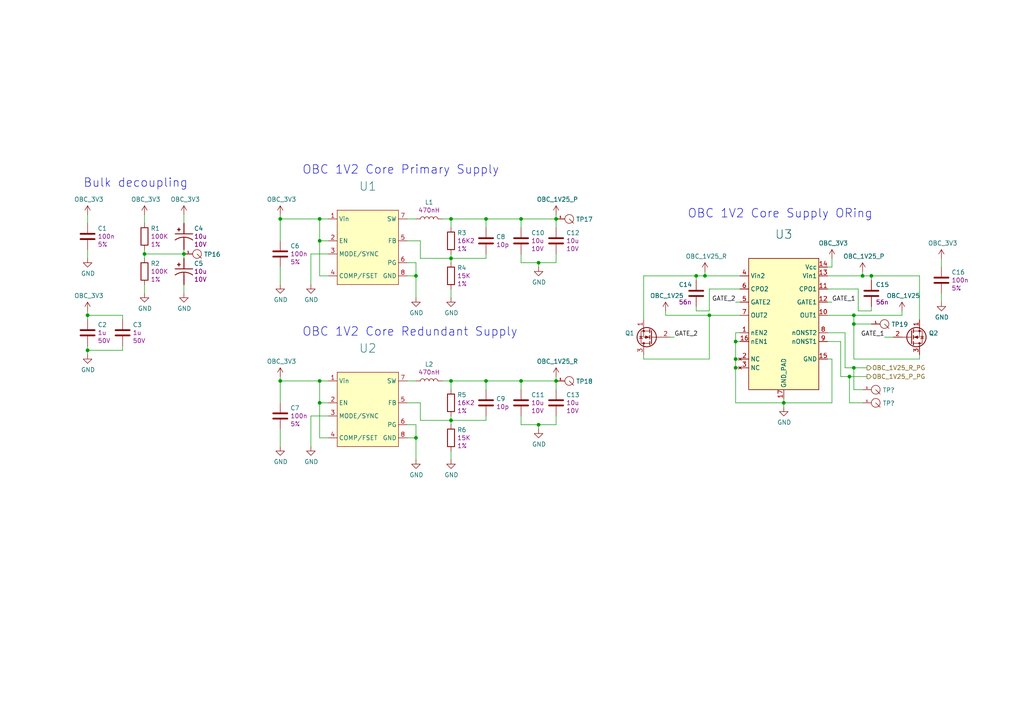
<source format=kicad_sch>
(kicad_sch (version 20211123) (generator eeschema)
  (paper "A4")
  (title_block (title "Singularity OBC - Power Conditioning") (date "2021-09-20") (rev "PROTO_B_v04") (company "The Flame Trench") (comment 1 "Drawn by:  Ben Cartwright") (comment 2 "Status:  PROTOTYPE") (comment 3 "(c) The Flame Trench 2021") (comment 4 "Licenced under CERN OHLv2-Strong"))
  (lib_symbols
    (symbol "TFT_SMPS:TPS62850x-Q1"
      (property "Reference" "U" (at -19.05 19.05 0))
      (property "Value" "TPS62850x-Q1" (at -13.97 22.86 0))
      (symbol "TPS62850x-Q1_0_1"
        (rectangle (start -20.32 16.51) (end -2.54 -5.08) (fill (type background)))
      )
      (symbol "TPS62850x-Q1_1_1"
        (pin power_in line (at -22.86 13.97 0) (length 2.54) (name "Vin") (number "1"))
        (pin input line (at -22.86 7.62 0) (length 2.54) (name "EN") (number "2"))
        (pin input line (at -22.86 3.81 0) (length 2.54) (name "MODE/SYNC") (number "3"))
        (pin input line (at -22.86 -2.54 0) (length 2.54) (name "COMP/FSET") (number "4"))
        (pin input line (at 0 7.62 180) (length 2.54) (name "FB") (number "5"))
        (pin output line (at 0 1.27 180) (length 2.54) (name "PG") (number "6"))
        (pin power_out line (at 0 13.97 180) (length 2.54) (name "SW") (number "7"))
        (pin passive line (at 0 -2.54 180) (length 2.54) (name "GND") (number "8"))
      )
    )
    (symbol "TFT_capacitors:100n-10V-0402-5%-CER" (pin_numbers hide) (pin_names (offset 0.254))
      (property "Reference" "C" (at 0.635 2.54 0))
      (property "NumVal" "100n" (at 2.54 -2.54 0))
      (property "Tolerance" "5%" (at 0 0 0))
      (symbol "100n-10V-0402-5%-CER_0_1"
        (polyline (pts (xy -2.032 -0.762) (xy 2.032 -0.762)) (stroke (width 0.508)))
        (polyline (pts (xy -2.032 0.762) (xy 2.032 0.762)) (stroke (width 0.508)))
      )
      (symbol "100n-10V-0402-5%-CER_1_1"
        (pin passive line (at 0 3.81 270) (length 2.794) (name "~") (number "1"))
        (pin passive line (at 0 -3.81 90) (length 2.794) (name "~") (number "2"))
      )
    )
    (symbol "TFT_capacitors:10p-50V-0402-0.5p-CER" (pin_numbers hide) (pin_names (offset 0.254))
      (property "Reference" "C" (at 0.635 2.54 0))
      (property "NumVal" "10p" (at 2.54 -2.54 0))
      (symbol "10p-50V-0402-0.5p-CER_0_1"
        (polyline (pts (xy -2.032 -0.762) (xy 2.032 -0.762)) (stroke (width 0.508)))
        (polyline (pts (xy -2.032 0.762) (xy 2.032 0.762)) (stroke (width 0.508)))
      )
      (symbol "10p-50V-0402-0.5p-CER_1_1"
        (pin passive line (at 0 3.81 270) (length 2.794) (name "~") (number "1"))
        (pin passive line (at 0 -3.81 90) (length 2.794) (name "~") (number "2"))
      )
    )
    (symbol "TFT_capacitors:10u-10V-0603-10%-CER" (pin_numbers hide) (pin_names (offset 0.254))
      (property "Reference" "C" (at 0.635 2.54 0))
      (property "NumVal" "10u" (at 2.54 -2.54 0))
      (property "Vmax" "10V" (at 2.54 -5.08 0))
      (symbol "10u-10V-0603-10%-CER_0_1"
        (polyline (pts (xy -2.032 -0.762) (xy 2.032 -0.762)) (stroke (width 0.508)))
        (polyline (pts (xy -2.032 0.762) (xy 2.032 0.762)) (stroke (width 0.508)))
      )
      (symbol "10u-10V-0603-10%-CER_1_1"
        (pin passive line (at 0 3.81 270) (length 2.794) (name "~") (number "1"))
        (pin passive line (at 0 -3.81 90) (length 2.794) (name "~") (number "2"))
      )
    )
    (symbol "TFT_capacitors:10u-10V-1206-10%-TANT" (pin_numbers hide) (pin_names (offset 0.254))
      (property "Reference" "C" (at 0.635 2.54 0))
      (property "NumVal" "10u" (at 2.54 -2.54 0))
      (property "Vmax" "10V" (at 2.54 -5.08 0))
      (symbol "10u-10V-1206-10%-TANT_1_1"
        (rectangle (start -1.905 2.0574) (end -1.016 1.9304) (fill (type outline)))
        (rectangle (start -1.524 2.4638) (end -1.397 1.5494) (fill (type outline)))
        (polyline (pts (xy 0 -0.254) (xy 0 -3.81)) (stroke (width 0.254)))
        (polyline (pts (xy 0 3.81) (xy 0 0.762)) (stroke (width 0.254)))
        (polyline (pts (xy 2.54 0.762) (xy -2.54 0.762)) (stroke (width 0.254)))
        (arc (start 2.54 -1.016) (mid 0 -0.216) (end -2.54 -1.016) (stroke (width 0.254)))
        (pin passive line (at 0 3.81 270) (length 2.794) (name "~") (number "1"))
        (pin passive line (at 0 -3.81 90) (length 2.794) (name "~") (number "2"))
      )
    )
    (symbol "TFT_capacitors:1u-10V-0603-10%-CER" (pin_numbers hide) (pin_names (offset 0.254))
      (property "Reference" "C" (at 0.635 2.54 0))
      (property "NumVal" "1u" (at 2.54 -2.54 0))
      (property "Vmax" "50V" (at 2.54 -5.08 0))
      (symbol "1u-10V-0603-10%-CER_0_1"
        (polyline (pts (xy -2.032 -0.762) (xy 2.032 -0.762)) (stroke (width 0.508)))
        (polyline (pts (xy -2.032 0.762) (xy 2.032 0.762)) (stroke (width 0.508)))
      )
      (symbol "1u-10V-0603-10%-CER_1_1"
        (pin passive line (at 0 3.81 270) (length 2.794) (name "~") (number "1"))
        (pin passive line (at 0 -3.81 90) (length 2.794) (name "~") (number "2"))
      )
    )
    (symbol "TFT_capacitors:56n-16V-0402-10%-CER" (pin_numbers hide) (pin_names (offset 0.254))
      (property "Reference" "C" (at 0.635 2.54 0))
      (property "NumVal" "56n" (at 2.54 -2.54 0))
      (symbol "56n-16V-0402-10%-CER_0_1"
        (polyline (pts (xy -2.032 -0.762) (xy 2.032 -0.762)) (stroke (width 0.508)))
        (polyline (pts (xy -2.032 0.762) (xy 2.032 0.762)) (stroke (width 0.508)))
      )
      (symbol "56n-16V-0402-10%-CER_1_1"
        (pin passive line (at 0 3.81 270) (length 2.794) (name "~") (number "1"))
        (pin passive line (at 0 -3.81 90) (length 2.794) (name "~") (number "2"))
      )
    )
    (symbol "TFT_drivers:LTC4353"
      (property "Reference" "U" (at 3.81 12.7 0))
      (property "Value" "LTC4353" (at -8.89 12.7 0))
      (symbol "LTC4353_0_1"
        (rectangle (start -10.16 10.16) (end 10.16 -27.94) (stroke (width 0.2032)) (fill (type background)))
      )
      (symbol "LTC4353_1_1"
        (pin input line (at -12.7 -11.43 0) (length 2.54) (name "nEN2") (number "1"))
        (pin power_out line (at 12.7 -6.35 180) (length 2.54) (name "OUT1") (number "10"))
        (pin output line (at 12.7 1.27 180) (length 2.54) (name "CPO1") (number "11"))
        (pin output line (at 12.7 -2.54 180) (length 2.54) (name "GATE1") (number "12"))
        (pin power_in line (at 12.7 5.08 180) (length 2.54) (name "Vin1") (number "13"))
        (pin power_in line (at 12.7 7.62 180) (length 2.54) (name "Vcc") (number "14"))
        (pin passive line (at 12.7 -19.05 180) (length 2.54) (name "GND") (number "15"))
        (pin input line (at -12.7 -13.97 0) (length 2.54) (name "nEN1") (number "16"))
        (pin output line (at 0 -30.48 90) (length 2.54) (name "GND_PAD") (number "17"))
        (pin no_connect line (at -12.7 -19.05 0) (length 2.54) (name "NC") (number "2"))
        (pin no_connect line (at -12.7 -21.59 0) (length 2.54) (name "NC") (number "3"))
        (pin power_in line (at -12.7 5.08 0) (length 2.54) (name "Vin2") (number "4"))
        (pin output line (at -12.7 -2.54 0) (length 2.54) (name "GATE2") (number "5"))
        (pin output line (at -12.7 1.27 0) (length 2.54) (name "CPO2") (number "6"))
        (pin power_out line (at -12.7 -6.35 0) (length 2.54) (name "OUT2") (number "7"))
        (pin output line (at 12.7 -11.43 180) (length 2.54) (name "nONST2") (number "8"))
        (pin output line (at 12.7 -13.97 180) (length 2.54) (name "nONST1") (number "9"))
      )
    )
    (symbol "TFT_inductors:470nH-4A-20%" (pin_numbers hide) (pin_names (offset 1.016) hide)
      (property "Reference" "L" (at -1.27 0 90))
      (property "NumVal" "470nH" (at 2.54 -3.81 90))
      (symbol "470nH-4A-20%_0_1"
        (arc (start 0 -2.54) (mid 0.635 -1.905) (end 0 -1.27))
        (arc (start 0 -1.27) (mid 0.635 -0.635) (end 0 0))
        (arc (start 0 0) (mid 0.635 0.635) (end 0 1.27))
        (arc (start 0 1.27) (mid 0.635 1.905) (end 0 2.54))
      )
      (symbol "470nH-4A-20%_1_1"
        (pin passive line (at 0 3.81 270) (length 1.27) (name "1") (number "1"))
        (pin passive line (at 0 -3.81 90) (length 1.27) (name "2") (number "2"))
      )
    )
    (symbol "TFT_power:OBC_1V25" (power) (pin_names (offset 0))
      (property "Value" "OBC_1V25" (at 0 3.556 0))
      (symbol "OBC_1V25_0_1"
        (polyline (pts (xy -0.762 1.27) (xy 0 2.54)))
        (polyline (pts (xy 0 0) (xy 0 2.54)))
        (polyline (pts (xy 0 2.54) (xy 0.762 1.27)))
      )
      (symbol "OBC_1V25_1_1"
        (pin power_in line (at 0 0 90) (length 0) hide (name "OBC_1V25") (number "1"))
      )
    )
    (symbol "TFT_power:OBC_1V25_P" (power) (pin_names (offset 0))
      (property "Value" "OBC_1V25_P" (at 0 3.556 0))
      (symbol "OBC_1V25_P_0_1"
        (polyline (pts (xy -0.762 1.27) (xy 0 2.54)))
        (polyline (pts (xy 0 0) (xy 0 2.54)))
        (polyline (pts (xy 0 2.54) (xy 0.762 1.27)))
      )
      (symbol "OBC_1V25_P_1_1"
        (pin power_in line (at 0 0 90) (length 0) hide (name "OBC_1V25_P") (number "1"))
      )
    )
    (symbol "TFT_power:OBC_1V25_R" (power) (pin_names (offset 0))
      (property "Value" "OBC_1V25_R" (at 0 3.556 0))
      (symbol "OBC_1V25_R_0_1"
        (polyline (pts (xy -0.762 1.27) (xy 0 2.54)))
        (polyline (pts (xy 0 0) (xy 0 2.54)))
        (polyline (pts (xy 0 2.54) (xy 0.762 1.27)))
      )
      (symbol "OBC_1V25_R_1_1"
        (pin power_in line (at 0 0 90) (length 0) hide (name "OBC_1V25_R") (number "1"))
      )
    )
    (symbol "TFT_power:OBC_3V3" (power) (pin_names (offset 0))
      (property "Value" "OBC_3V3" (at 0 3.556 0))
      (symbol "OBC_3V3_0_1"
        (polyline (pts (xy -0.762 1.27) (xy 0 2.54)))
        (polyline (pts (xy 0 0) (xy 0 2.54)))
        (polyline (pts (xy 0 2.54) (xy 0.762 1.27)))
      )
      (symbol "OBC_3V3_1_1"
        (pin power_in line (at 0 0 90) (length 0) hide (name "OBC_3V3") (number "1"))
      )
    )
    (symbol "TFT_resistors:100K-50V-0402-1%" (pin_numbers hide) (pin_names (offset 0))
      (property "Reference" "R" (at -2.54 0 90))
      (property "NumVal" "100K" (at 2.54 -1.27 90))
      (property "Tolerance" "1%" (at 2.54 3.81 90))
      (symbol "100K-50V-0402-1%_0_1"
        (rectangle (start -1.016 -2.54) (end 1.016 2.54) (stroke (width 0.254)))
      )
      (symbol "100K-50V-0402-1%_1_1"
        (pin passive line (at 0 3.81 270) (length 1.27) (name "~") (number "1"))
        (pin passive line (at 0 -3.81 90) (length 1.27) (name "~") (number "2"))
      )
    )
    (symbol "TFT_resistors:15K-50V-0402-1%" (pin_numbers hide) (pin_names (offset 0))
      (property "Reference" "R" (at -2.54 0 90))
      (property "NumVal" "15K" (at 2.54 -1.27 90))
      (property "Tolerance" "1%" (at 2.54 3.81 90))
      (symbol "15K-50V-0402-1%_0_1"
        (rectangle (start -1.016 -2.54) (end 1.016 2.54) (stroke (width 0.254)))
      )
      (symbol "15K-50V-0402-1%_1_1"
        (pin passive line (at 0 3.81 270) (length 1.27) (name "~") (number "1"))
        (pin passive line (at 0 -3.81 90) (length 1.27) (name "~") (number "2"))
      )
    )
    (symbol "TFT_resistors:16K2-50V-0402-1%" (pin_numbers hide) (pin_names (offset 0))
      (property "Reference" "R" (at -2.54 0 90))
      (property "NumVal" "16K2" (at 2.54 -1.27 90))
      (property "Tolerance" "1%" (at 2.54 3.81 90))
      (symbol "16K2-50V-0402-1%_0_1"
        (rectangle (start -1.016 -2.54) (end 1.016 2.54) (stroke (width 0.254)))
      )
      (symbol "16K2-50V-0402-1%_1_1"
        (pin passive line (at 0 3.81 270) (length 1.27) (name "~") (number "1"))
        (pin passive line (at 0 -3.81 90) (length 1.27) (name "~") (number "2"))
      )
    )
    (symbol "TFT_semiconductors:MGSF1N02L" (pin_names hide)
      (property "Reference" "Q" (at 5.08 1.905 0))
      (property "Value" "MGSF1N02L" (at 5.08 0 0))
      (symbol "MGSF1N02L_0_1"
        (polyline (pts (xy 0.254 0) (xy -2.54 0)))
        (polyline (pts (xy 0.254 1.905) (xy 0.254 -1.905)) (stroke (width 0.254)))
        (polyline (pts (xy 0.762 -1.27) (xy 0.762 -2.286)) (stroke (width 0.254)))
        (polyline (pts (xy 0.762 0.508) (xy 0.762 -0.508)) (stroke (width 0.254)))
        (polyline (pts (xy 0.762 2.286) (xy 0.762 1.27)) (stroke (width 0.254)))
        (polyline (pts (xy 2.54 2.54) (xy 2.54 1.778)))
        (polyline (pts (xy 2.54 -2.54) (xy 2.54 0) (xy 0.762 0)))
        (polyline (pts (xy 0.762 -1.778) (xy 3.302 -1.778) (xy 3.302 1.778) (xy 0.762 1.778)))
        (polyline (pts (xy 1.016 0) (xy 2.032 0.381) (xy 2.032 -0.381) (xy 1.016 0)) (fill (type outline)))
        (polyline (pts (xy 2.794 0.508) (xy 2.921 0.381) (xy 3.683 0.381) (xy 3.81 0.254)))
        (polyline (pts (xy 3.302 0.381) (xy 2.921 -0.254) (xy 3.683 -0.254) (xy 3.302 0.381)))
        (circle (center 1.651 0) (radius 2.794) (stroke (width 0.254)))
        (circle (center 2.54 -1.778) (radius 0.254) (fill (type outline)))
        (circle (center 2.54 1.778) (radius 0.254) (fill (type outline)))
      )
      (symbol "MGSF1N02L_1_1"
        (pin passive line (at 2.54 -5.08 90) (length 2.54) (name "S") (number "1"))
        (pin input line (at -5.08 0 0) (length 2.54) (name "G") (number "2"))
        (pin passive line (at 2.54 5.08 270) (length 2.54) (name "D") (number "3"))
      )
    )
    (symbol "TFT_testpoints:TEST-POINT"
      (property "Reference" "TP" (at -5.08 0 0))
      (symbol "TEST-POINT_0_1"
        (circle (center -1.27 0) (radius 1.27))
        (polyline (pts (xy -1.27 0) (xy -2.54 1.27)))
      )
      (symbol "TEST-POINT_1_1"
        (pin unspecified line (at 2.54 0 180) (length 2.54) (name "~") (number "1"))
      )
    )
    (symbol "power:GND" (power) (pin_names (offset 0))
      (property "Value" "GND" (at 0 -3.81 0))
      (symbol "GND_0_1"
        (polyline (pts (xy 0 0) (xy 0 -1.27) (xy 1.27 -1.27) (xy 0 -2.54) (xy -1.27 -1.27) (xy 0 -1.27)))
      )
      (symbol "GND_1_1"
        (pin power_in line (at 0 0 270) (length 0) hide (name "GND") (number "1"))
      )
    )
  )
  (junction (at 213.36 106.68))
  (junction (at 92.71 69.85))
  (junction (at 250.19 80.01))
  (junction (at 130.81 110.49))
  (junction (at 92.71 63.5))
  (junction (at 53.34 73.66))
  (junction (at 25.4 91.44))
  (junction (at 213.36 99.06))
  (junction (at 227.33 116.84))
  (junction (at 120.65 80.01))
  (junction (at 130.81 74.93))
  (junction (at 247.65 93.98))
  (junction (at 247.65 91.44))
  (junction (at 151.13 110.49))
  (junction (at 205.74 91.44))
  (junction (at 120.65 127))
  (junction (at 25.4 101.6))
  (junction (at 201.93 80.01))
  (junction (at 41.91 73.66))
  (junction (at 130.81 121.92))
  (junction (at 247.65 106.68))
  (junction (at 130.81 63.5))
  (junction (at 92.71 110.49))
  (junction (at 140.97 63.5))
  (junction (at 92.71 116.84))
  (junction (at 140.97 110.49))
  (junction (at 156.21 123.19))
  (junction (at 252.73 80.01))
  (junction (at 81.28 63.5))
  (junction (at 246.38 109.22))
  (junction (at 156.21 76.2))
  (junction (at 213.36 104.14))
  (junction (at 81.28 110.49))
  (junction (at 161.29 63.5))
  (junction (at 161.29 110.49))
  (junction (at 204.47 80.01))
  (junction (at 151.13 63.5))
  (wire (pts (xy 121.92 121.92) (xy 121.92 116.84)))
  (wire (pts (xy 213.36 96.52) (xy 213.36 99.06)))
  (wire (pts (xy 214.63 99.06) (xy 213.36 99.06)))
  (wire (pts (xy 252.73 80.01) (xy 250.19 80.01)))
  (wire (pts (xy 250.19 78.74) (xy 250.19 80.01)))
  (wire (pts (xy 130.81 83.82) (xy 130.81 86.36)))
  (wire (pts (xy 140.97 63.5) (xy 140.97 66.04)))
  (wire (pts (xy 140.97 73.66) (xy 140.97 74.93)))
  (wire (pts (xy 273.05 85.09) (xy 273.05 87.63)))
  (wire (pts (xy 256.54 97.79) (xy 259.08 97.79)))
  (wire (pts (xy 227.33 116.84) (xy 227.33 118.11)))
  (wire (pts (xy 118.11 110.49) (xy 120.65 110.49)))
  (wire (pts (xy 266.7 92.71) (xy 266.7 80.01)))
  (wire (pts (xy 213.36 106.68) (xy 213.36 116.84)))
  (wire (pts (xy 25.4 102.87) (xy 25.4 101.6)))
  (wire (pts (xy 92.71 63.5) (xy 81.28 63.5)))
  (wire (pts (xy 130.81 74.93) (xy 121.92 74.93)))
  (wire (pts (xy 53.34 72.39) (xy 53.34 73.66)))
  (wire (pts (xy 241.3 77.47) (xy 240.03 77.47)))
  (wire (pts (xy 130.81 63.5) (xy 140.97 63.5)))
  (wire (pts (xy 186.69 102.87) (xy 186.69 104.14)))
  (wire (pts (xy 266.7 102.87) (xy 266.7 104.14)))
  (wire (pts (xy 201.93 80.01) (xy 186.69 80.01)))
  (wire (pts (xy 140.97 110.49) (xy 140.97 113.03)))
  (wire (pts (xy 161.29 110.49) (xy 161.29 109.22)))
  (wire (pts (xy 273.05 74.93) (xy 273.05 77.47)))
  (wire (pts (xy 193.04 90.17) (xy 193.04 91.44)))
  (wire (pts (xy 25.4 91.44) (xy 25.4 92.71)))
  (wire (pts (xy 245.11 96.52) (xy 245.11 106.68)))
  (wire (pts (xy 156.21 76.2) (xy 156.21 77.47)))
  (wire (pts (xy 186.69 80.01) (xy 186.69 92.71)))
  (wire (pts (xy 213.36 99.06) (xy 213.36 104.14)))
  (wire (pts (xy 161.29 63.5) (xy 161.29 62.23)))
  (wire (pts (xy 130.81 74.93) (xy 130.81 76.2)))
  (wire (pts (xy 195.58 97.79) (xy 194.31 97.79)))
  (wire (pts (xy 121.92 74.93) (xy 121.92 69.85)))
  (wire (pts (xy 92.71 69.85) (xy 92.71 63.5)))
  (wire (pts (xy 240.03 99.06) (xy 243.84 99.06)))
  (wire (pts (xy 95.25 63.5) (xy 92.71 63.5)))
  (wire (pts (xy 204.47 80.01) (xy 201.93 80.01)))
  (wire (pts (xy 252.73 80.01) (xy 266.7 80.01)))
  (wire (pts (xy 161.29 120.65) (xy 161.29 123.19)))
  (wire (pts (xy 118.11 80.01) (xy 120.65 80.01)))
  (wire (pts (xy 121.92 116.84) (xy 118.11 116.84)))
  (wire (pts (xy 252.73 81.28) (xy 252.73 80.01)))
  (wire (pts (xy 241.3 87.63) (xy 240.03 87.63)))
  (wire (pts (xy 205.74 90.17) (xy 205.74 83.82)))
  (wire (pts (xy 35.56 101.6) (xy 35.56 100.33)))
  (wire (pts (xy 151.13 110.49) (xy 151.13 113.03)))
  (wire (pts (xy 205.74 104.14) (xy 205.74 91.44)))
  (wire (pts (xy 130.81 113.03) (xy 130.81 110.49)))
  (wire (pts (xy 151.13 63.5) (xy 151.13 66.04)))
  (wire (pts (xy 241.3 74.93) (xy 241.3 77.47)))
  (wire (pts (xy 118.11 76.2) (xy 120.65 76.2)))
  (wire (pts (xy 95.25 127) (xy 92.71 127)))
  (wire (pts (xy 186.69 104.14) (xy 205.74 104.14)))
  (wire (pts (xy 161.29 76.2) (xy 156.21 76.2)))
  (wire (pts (xy 92.71 116.84) (xy 92.71 110.49)))
  (wire (pts (xy 161.29 73.66) (xy 161.29 76.2)))
  (wire (pts (xy 240.03 104.14) (xy 241.3 104.14)))
  (wire (pts (xy 53.34 62.23) (xy 53.34 64.77)))
  (wire (pts (xy 201.93 90.17) (xy 205.74 90.17)))
  (wire (pts (xy 35.56 91.44) (xy 35.56 92.71)))
  (wire (pts (xy 241.3 116.84) (xy 227.33 116.84)))
  (wire (pts (xy 252.73 90.17) (xy 248.92 90.17)))
  (wire (pts (xy 204.47 80.01) (xy 204.47 78.74)))
  (wire (pts (xy 92.71 127) (xy 92.71 116.84)))
  (wire (pts (xy 246.38 109.22) (xy 251.46 109.22)))
  (wire (pts (xy 41.91 64.77) (xy 41.91 62.23)))
  (wire (pts (xy 151.13 123.19) (xy 156.21 123.19)))
  (wire (pts (xy 130.81 110.49) (xy 140.97 110.49)))
  (wire (pts (xy 41.91 73.66) (xy 53.34 73.66)))
  (wire (pts (xy 81.28 129.54) (xy 81.28 124.46)))
  (wire (pts (xy 95.25 116.84) (xy 92.71 116.84)))
  (wire (pts (xy 248.92 90.17) (xy 248.92 83.82)))
  (wire (pts (xy 95.25 120.65) (xy 90.17 120.65)))
  (wire (pts (xy 201.93 88.9) (xy 201.93 90.17)))
  (wire (pts (xy 130.81 130.81) (xy 130.81 133.35)))
  (wire (pts (xy 252.73 88.9) (xy 252.73 90.17)))
  (wire (pts (xy 81.28 63.5) (xy 81.28 69.85)))
  (wire (pts (xy 214.63 104.14) (xy 213.36 104.14)))
  (wire (pts (xy 250.19 113.03) (xy 247.65 113.03)))
  (wire (pts (xy 213.36 104.14) (xy 213.36 106.68)))
  (wire (pts (xy 81.28 110.49) (xy 81.28 116.84)))
  (wire (pts (xy 41.91 82.55) (xy 41.91 85.09)))
  (wire (pts (xy 243.84 99.06) (xy 243.84 109.22)))
  (wire (pts (xy 95.25 69.85) (xy 92.71 69.85)))
  (wire (pts (xy 41.91 73.66) (xy 41.91 72.39)))
  (wire (pts (xy 205.74 91.44) (xy 214.63 91.44)))
  (wire (pts (xy 246.38 116.84) (xy 246.38 109.22)))
  (wire (pts (xy 130.81 63.5) (xy 128.27 63.5)))
  (wire (pts (xy 25.4 101.6) (xy 25.4 100.33)))
  (wire (pts (xy 247.65 104.14) (xy 266.7 104.14)))
  (wire (pts (xy 243.84 109.22) (xy 246.38 109.22)))
  (wire (pts (xy 247.65 104.14) (xy 247.65 93.98)))
  (wire (pts (xy 81.28 82.55) (xy 81.28 77.47)))
  (wire (pts (xy 25.4 90.17) (xy 25.4 91.44)))
  (wire (pts (xy 227.33 115.57) (xy 227.33 116.84)))
  (wire (pts (xy 81.28 62.23) (xy 81.28 63.5)))
  (wire (pts (xy 140.97 74.93) (xy 130.81 74.93)))
  (wire (pts (xy 151.13 73.66) (xy 151.13 76.2)))
  (wire (pts (xy 120.65 127) (xy 120.65 133.35)))
  (wire (pts (xy 240.03 96.52) (xy 245.11 96.52)))
  (wire (pts (xy 140.97 120.65) (xy 140.97 121.92)))
  (wire (pts (xy 161.29 123.19) (xy 156.21 123.19)))
  (wire (pts (xy 240.03 80.01) (xy 250.19 80.01)))
  (wire (pts (xy 90.17 73.66) (xy 90.17 82.55)))
  (wire (pts (xy 151.13 76.2) (xy 156.21 76.2)))
  (wire (pts (xy 25.4 74.93) (xy 25.4 72.39)))
  (wire (pts (xy 214.63 87.63) (xy 213.36 87.63)))
  (wire (pts (xy 25.4 91.44) (xy 35.56 91.44)))
  (wire (pts (xy 90.17 120.65) (xy 90.17 129.54)))
  (wire (pts (xy 130.81 121.92) (xy 121.92 121.92)))
  (wire (pts (xy 247.65 91.44) (xy 261.62 91.44)))
  (wire (pts (xy 140.97 110.49) (xy 151.13 110.49)))
  (wire (pts (xy 214.63 106.68) (xy 213.36 106.68)))
  (wire (pts (xy 53.34 82.55) (xy 53.34 85.09)))
  (wire (pts (xy 95.25 110.49) (xy 92.71 110.49)))
  (wire (pts (xy 25.4 64.77) (xy 25.4 62.23)))
  (wire (pts (xy 214.63 96.52) (xy 213.36 96.52)))
  (wire (pts (xy 25.4 101.6) (xy 35.56 101.6)))
  (wire (pts (xy 118.11 63.5) (xy 120.65 63.5)))
  (wire (pts (xy 81.28 109.22) (xy 81.28 110.49)))
  (wire (pts (xy 161.29 63.5) (xy 161.29 66.04)))
  (wire (pts (xy 250.19 116.84) (xy 246.38 116.84)))
  (wire (pts (xy 130.81 66.04) (xy 130.81 63.5)))
  (wire (pts (xy 130.81 121.92) (xy 130.81 123.19)))
  (wire (pts (xy 240.03 83.82) (xy 248.92 83.82)))
  (wire (pts (xy 140.97 63.5) (xy 151.13 63.5)))
  (wire (pts (xy 205.74 83.82) (xy 214.63 83.82)))
  (wire (pts (xy 247.65 106.68) (xy 251.46 106.68)))
  (wire (pts (xy 92.71 80.01) (xy 92.71 69.85)))
  (wire (pts (xy 151.13 120.65) (xy 151.13 123.19)))
  (wire (pts (xy 161.29 110.49) (xy 161.29 113.03)))
  (wire (pts (xy 95.25 80.01) (xy 92.71 80.01)))
  (wire (pts (xy 193.04 91.44) (xy 205.74 91.44)))
  (wire (pts (xy 118.11 123.19) (xy 120.65 123.19)))
  (wire (pts (xy 130.81 73.66) (xy 130.81 74.93)))
  (wire (pts (xy 121.92 69.85) (xy 118.11 69.85)))
  (wire (pts (xy 120.65 123.19) (xy 120.65 127)))
  (wire (pts (xy 151.13 63.5) (xy 161.29 63.5)))
  (wire (pts (xy 204.47 80.01) (xy 214.63 80.01)))
  (wire (pts (xy 41.91 74.93) (xy 41.91 73.66)))
  (wire (pts (xy 130.81 110.49) (xy 128.27 110.49)))
  (wire (pts (xy 118.11 127) (xy 120.65 127)))
  (wire (pts (xy 53.34 73.66) (xy 53.34 74.93)))
  (wire (pts (xy 247.65 113.03) (xy 247.65 106.68)))
  (wire (pts (xy 213.36 116.84) (xy 227.33 116.84)))
  (wire (pts (xy 140.97 121.92) (xy 130.81 121.92)))
  (wire (pts (xy 95.25 73.66) (xy 90.17 73.66)))
  (wire (pts (xy 156.21 123.19) (xy 156.21 124.46)))
  (wire (pts (xy 241.3 104.14) (xy 241.3 116.84)))
  (wire (pts (xy 247.65 91.44) (xy 240.03 91.44)))
  (wire (pts (xy 92.71 110.49) (xy 81.28 110.49)))
  (wire (pts (xy 151.13 110.49) (xy 161.29 110.49)))
  (wire (pts (xy 130.81 120.65) (xy 130.81 121.92)))
  (wire (pts (xy 261.62 90.17) (xy 261.62 91.44)))
  (wire (pts (xy 201.93 80.01) (xy 201.93 81.28)))
  (wire (pts (xy 252.73 93.98) (xy 247.65 93.98)))
  (wire (pts (xy 120.65 76.2) (xy 120.65 80.01)))
  (wire (pts (xy 247.65 93.98) (xy 247.65 91.44)))
  (wire (pts (xy 120.65 80.01) (xy 120.65 86.36)))
  (wire (pts (xy 245.11 106.68) (xy 247.65 106.68)))
  (text "OBC 1V2 Core Supply ORing" (at 199.39 63.5 0) (effects (font (size 2.4892 2.4892)) (justify left bottom)))
  (text "OBC 1V2 Core Primary Supply" (at 87.63 50.8 0) (effects (font (size 2.4892 2.4892)) (justify left bottom)))
  (text "Bulk decoupling" (at 24.13 54.61 0) (effects (font (size 2.4892 2.4892)) (justify left bottom)))
  (text "OBC 1V2 Core Redundant Supply" (at 87.63 97.79 0) (effects (font (size 2.4892 2.4892)) (justify left bottom)))
  (label "GATE_1" (at 241.3 87.63 0))
  (label "GATE_2" (at 195.58 97.79 0))
  (label "GATE_2" (at 213.36 87.63 180))
  (label "GATE_1" (at 256.54 97.79 180))
  (hierarchical_label "OBC_1V25_R_PG" (shape output) (at 251.46 106.68 0))
  (hierarchical_label "OBC_1V25_P_PG" (shape output) (at 251.46 109.22 0))
  (symbol (lib_id "TFT_testpoints:TEST-POINT") (at 163.83 63.5 180) (unit 1)
    (property "Reference" "TP17" (at 167.0812 63.627 0) (effects (justify right)))
  )
  (symbol (lib_id "TFT_testpoints:TEST-POINT") (at 163.83 110.49 180) (unit 1)
    (property "Reference" "TP18" (at 167.0812 110.617 0) (effects (justify right)))
  )
  (symbol (lib_id "TFT_power:OBC_1V25") (at 193.04 90.17 0) (unit 1)
    (property "Reference" "#PWR0101" (effects hide))
  )
  (symbol (lib_id "TFT_testpoints:TEST-POINT") (at 55.88 73.66 180) (unit 1)
    (property "Reference" "TP16" (at 59.1312 73.787 0) (effects (justify right)))
  )
  (symbol (lib_id "TFT_power:OBC_1V25") (at 261.62 90.17 0) (unit 1)
    (property "Reference" "#PWR0102" (effects hide))
  )
  (symbol (lib_id "TFT_testpoints:TEST-POINT") (at 255.27 93.98 180) (unit 1)
    (property "Reference" "TP19" (at 258.5212 94.107 0) (effects (justify right)))
  )
  (symbol (lib_id "TFT_power:OBC_1V25_P") (at 161.29 62.23 0) (unit 1)
    (property "Reference" "#PWR0103" (effects hide))
  )
  (symbol (lib_id "TFT_power:OBC_1V25_R") (at 161.29 109.22 0) (unit 1)
    (property "Reference" "#PWR0104" (effects hide))
  )
  (symbol (lib_id "TFT_power:OBC_1V25_P") (at 250.19 78.74 0) (unit 1)
    (property "Reference" "#PWR0105" (effects hide))
  )
  (symbol (lib_id "TFT_power:OBC_1V25_R") (at 204.47 78.74 0) (unit 1)
    (property "Reference" "#PWR0106" (effects hide))
  )
  (symbol (lib_id "TFT_resistors:16K2-50V-0402-1%") (at 130.81 69.85 0) (unit 1)
    (property "Reference" "R3" (at 132.588 67.5386 0) (effects (justify left)))
    (property "Datasheet" "https://www.mouser.co.uk/datasheet/2/427/dcrcwe3-1762152.pdf" (effects hide))
    (property "NumVal" "16K2" (at 132.588 69.85 0) (effects (justify left)))
    (property "PartNumber" "CRCW040216K2FKED" (effects hide))
    (property "Description" "SMD Chip Resistor, 16.2 Kohm, ± 1%, 62.5 mW, 0402 [1005 Metric], Thick Film, General Purpose" (effects hide))
    (property "Tolerance" "1%" (at 132.588 72.1614 0) (effects (justify left)))
    (property "Vmax" "50V" (effects hide))
    (property "Manufacturer" "Vishay" (effects hide))
    (property "OrderNumber" "Mouser: 71-CRCW0402-16.2K-E3" (effects hide))
  )
  (symbol (lib_id "TFT_resistors:16K2-50V-0402-1%") (at 130.81 116.84 0) (unit 1)
    (property "Reference" "R5" (at 132.588 114.5286 0) (effects (justify left)))
    (property "Datasheet" "https://www.mouser.co.uk/datasheet/2/427/dcrcwe3-1762152.pdf" (effects hide))
    (property "NumVal" "16K2" (at 132.588 116.84 0) (effects (justify left)))
    (property "PartNumber" "CRCW040216K2FKED" (effects hide))
    (property "Description" "SMD Chip Resistor, 16.2 Kohm, ± 1%, 62.5 mW, 0402 [1005 Metric], Thick Film, General Purpose" (effects hide))
    (property "Tolerance" "1%" (at 132.588 119.1514 0) (effects (justify left)))
    (property "Vmax" "50V" (effects hide))
    (property "Manufacturer" "Vishay" (effects hide))
    (property "OrderNumber" "Mouser: 71-CRCW0402-16.2K-E3" (effects hide))
  )
  (symbol (lib_id "TFT_resistors:15K-50V-0402-1%") (at 130.81 80.01 0) (unit 1)
    (property "Reference" "R4" (at 132.588 77.6986 0) (effects (justify left)))
    (property "Datasheet" "https://www.mouser.co.uk/datasheet/2/427/dcrcwe3-1762152.pdf" (effects hide))
    (property "NumVal" "15K" (at 132.588 80.01 0) (effects (justify left)))
    (property "PartNumber" "CRCW040215K0FKED" (effects hide))
    (property "Description" "SMD Chip Resistor, 15 Kohm, ± 1%, 62.5 mW, 0402 [1005 Metric], Thick Film, General Purpose" (effects hide))
    (property "Tolerance" "1%" (at 132.588 82.3214 0) (effects (justify left)))
    (property "Vmax" "50V" (effects hide))
    (property "Manufacturer" "Vishay" (effects hide))
    (property "OrderNumber" "Mouser: 71-CRCW0402-15K-E3" (effects hide))
  )
  (symbol (lib_id "TFT_resistors:15K-50V-0402-1%") (at 130.81 127 0) (unit 1)
    (property "Reference" "R6" (at 132.588 124.6886 0) (effects (justify left)))
    (property "Datasheet" "https://www.mouser.co.uk/datasheet/2/427/dcrcwe3-1762152.pdf" (effects hide))
    (property "NumVal" "15K" (at 132.588 127 0) (effects (justify left)))
    (property "PartNumber" "CRCW040215K0FKED" (effects hide))
    (property "Description" "SMD Chip Resistor, 15 Kohm, ± 1%, 62.5 mW, 0402 [1005 Metric], Thick Film, General Purpose" (effects hide))
    (property "Tolerance" "1%" (at 132.588 129.3114 0) (effects (justify left)))
    (property "Vmax" "50V" (effects hide))
    (property "Manufacturer" "Vishay" (effects hide))
    (property "OrderNumber" "Mouser: 71-CRCW0402-15K-E3" (effects hide))
  )
  (symbol (lib_id "TFT_semiconductors:MGSF1N02L") (at 189.23 97.79 180) (unit 1)
    (property "Reference" "Q1" (at 184.023 96.6216 0) (effects (justify left)))
    (property "Datasheet" "https://www.onsemi.com/pdf/datasheet/mgsf1n02lt1-d.pdf" (effects hide))
    (property "Description" "MOSFET NFET SOT23 20V 750mA 90mOhm " (effects hide))
    (property "PartNumber" "MGSF1N02LT1G" (effects hide))
    (property "Manufacturer" "ON SEMICONDUCTOR" (effects hide))
  )
  (symbol (lib_id "TFT_semiconductors:MGSF1N02L") (at 264.16 97.79 0) (mirror x) (unit 1)
    (property "Reference" "Q2" (at 269.367 96.6216 0) (effects (justify left)))
    (property "Datasheet" "https://www.onsemi.com/pdf/datasheet/mgsf1n02lt1-d.pdf" (effects hide))
    (property "Description" "MOSFET NFET SOT23 20V 750mA 90mOhm " (effects hide))
    (property "PartNumber" "MGSF1N02LT1G" (effects hide))
    (property "Manufacturer" "ON SEMICONDUCTOR" (effects hide))
  )
  (symbol (lib_id "TFT_power:OBC_3V3") (at 25.4 62.23 0) (unit 1)
    (property "Reference" "#PWR03" (effects hide))
  )
  (symbol (lib_id "power:GND") (at 25.4 74.93 0) (unit 1)
    (property "Reference" "#PWR04" (effects hide))
  )
  (symbol (lib_id "TFT_power:OBC_3V3") (at 41.91 62.23 0) (unit 1)
    (property "Reference" "#PWR07" (effects hide))
  )
  (symbol (lib_id "power:GND") (at 41.91 85.09 0) (unit 1)
    (property "Reference" "#PWR08" (effects hide))
  )
  (symbol (lib_id "TFT_power:OBC_3V3") (at 53.34 62.23 0) (unit 1)
    (property "Reference" "#PWR09" (effects hide))
  )
  (symbol (lib_id "power:GND") (at 53.34 85.09 0) (unit 1)
    (property "Reference" "#PWR010" (effects hide))
  )
  (symbol (lib_id "TFT_SMPS:TPS62850x-Q1") (at 118.11 77.47 0) (unit 1)
    (property "Reference" "U1" (at 106.68 54.0258 0) (effects (font (size 2.4892 2.4892))))
    (property "Datasheet" "https://www.ti.com/lit/ds/symlink/tps628502-q1.pdf" (effects hide))
    (property "Manufacturer" "TI" (effects hide))
    (property "Description" "Switching Voltage Regulators 2.7-V to 6-V, 2-A automotive step-down converter in SOT583 package " (effects hide))
    (property "PartNumber" "TPS628502QDRLRQ1" (effects hide))
    (property "Vout" "0.6 - 5.5V" (effects hide))
    (property "OrderNumber" "Mouser: 595-TPS628502QDRLRQ1" (effects hide))
  )
  (symbol (lib_id "power:GND") (at 81.28 82.55 0) (unit 1)
    (property "Reference" "#PWR012" (effects hide))
  )
  (symbol (lib_id "power:GND") (at 90.17 82.55 0) (unit 1)
    (property "Reference" "#PWR015" (effects hide))
  )
  (symbol (lib_id "power:GND") (at 130.81 86.36 0) (unit 1)
    (property "Reference" "#PWR019" (effects hide))
  )
  (symbol (lib_id "power:GND") (at 120.65 86.36 0) (unit 1)
    (property "Reference" "#PWR017" (effects hide))
  )
  (symbol (lib_id "TFT_capacitors:100n-10V-0402-5%-CER") (at 25.4 68.58 0) (unit 1)
    (property "Reference" "C1" (at 28.321 66.2686 0) (effects (justify left)))
    (property "Datasheet" "https://api.kemet.com/component-edge/download/specsheet/C0402C104J8RACAUTO.pdf" (effects hide))
    (property "NumVal" "100n" (at 28.321 68.58 0) (effects (justify left)))
    (property "PartNumber" "C0402C104J8RACAUTO" (effects hide))
    (property "Description" "SMD Multilayer Ceramic Capacitor, 0.1 µF, 10 V, 0402 [1005 Metric], ± 5%, X7R, C Series KEMET" (effects hide))
    (property "Tolerance" "5%" (at 28.321 70.8914 0) (effects (justify left)))
    (property "Vmax" "10V" (effects hide))
    (property "Manufacturer" "Kemet" (effects hide))
    (property "OrderNumber" "Farnell:      2904530RL " (effects hide))
  )
  (symbol (lib_id "TFT_resistors:100K-50V-0402-1%") (at 41.91 68.58 0) (unit 1)
    (property "Reference" "R1" (at 43.688 66.2686 0) (effects (justify left)))
    (property "Datasheet" "http://www.farnell.com/datasheets/2310790.pdf" (effects hide))
    (property "NumVal" "100K" (at 43.688 68.58 0) (effects (justify left)))
    (property "PartNumber" "CRCW0402100KFKED" (effects hide))
    (property "Description" "SMD Chip Resistor, 100 kohm, ± 1%, 62.5 mW, 0402 [1005 Metric], Thick Film, General Purpose" (effects hide))
    (property "Tolerance" "1%" (at 43.688 70.8914 0) (effects (justify left)))
    (property "Vmax" "50V" (effects hide))
    (property "Manufacturer" "Vishay" (effects hide))
    (property "OrderNumber" "Farnell:     1469671 " (effects hide))
  )
  (symbol (lib_id "TFT_resistors:100K-50V-0402-1%") (at 41.91 78.74 0) (unit 1)
    (property "Reference" "R2" (at 43.688 76.4286 0) (effects (justify left)))
    (property "Datasheet" "http://www.farnell.com/datasheets/2310790.pdf" (effects hide))
    (property "NumVal" "100K" (at 43.688 78.74 0) (effects (justify left)))
    (property "PartNumber" "CRCW0402100KFKED" (effects hide))
    (property "Description" "SMD Chip Resistor, 100 kohm, ± 1%, 62.5 mW, 0402 [1005 Metric], Thick Film, General Purpose" (effects hide))
    (property "Tolerance" "1%" (at 43.688 81.0514 0) (effects (justify left)))
    (property "Vmax" "50V" (effects hide))
    (property "Manufacturer" "Vishay" (effects hide))
    (property "OrderNumber" "Farnell:     1469671 " (effects hide))
  )
  (symbol (lib_id "TFT_capacitors:10u-10V-1206-10%-TANT") (at 53.34 68.58 0) (unit 1)
    (property "Reference" "C4" (at 56.261 66.2686 0) (effects (justify left)))
    (property "Datasheet" "http://www.farnell.com/datasheets/2880952.pdf" (effects hide))
    (property "NumVal" "10u" (at 56.261 68.58 0) (effects (justify left)))
    (property "PartNumber" "TAJA106K010TNJ" (effects hide))
    (property "Description" "Surface Mount Tantalum Capacitor, 10 µF, 10 V, 1206 [3216 Metric], TAJ Series, ± 10%, -55 °C" (effects hide))
    (property "Tolerance" "10%" (effects hide))
    (property "Vmax" "10V" (at 56.261 70.8914 0) (effects (justify left)))
    (property "Manufacturer" "AVX" (effects hide))
    (property "OrderNumber" "Farnell:           3340899 " (effects hide))
  )
  (symbol (lib_id "TFT_capacitors:10u-10V-1206-10%-TANT") (at 53.34 78.74 0) (unit 1)
    (property "Reference" "C5" (at 56.261 76.4286 0) (effects (justify left)))
    (property "Datasheet" "http://www.farnell.com/datasheets/2880952.pdf" (effects hide))
    (property "NumVal" "10u" (at 56.261 78.74 0) (effects (justify left)))
    (property "PartNumber" "TAJA106K010TNJ" (effects hide))
    (property "Description" "Surface Mount Tantalum Capacitor, 10 µF, 10 V, 1206 [3216 Metric], TAJ Series, ± 10%, -55 °C" (effects hide))
    (property "Tolerance" "10%" (effects hide))
    (property "Vmax" "10V" (at 56.261 81.0514 0) (effects (justify left)))
    (property "Manufacturer" "AVX" (effects hide))
    (property "OrderNumber" "Farnell:           3340899 " (effects hide))
  )
  (symbol (lib_id "TFT_capacitors:100n-10V-0402-5%-CER") (at 81.28 73.66 0) (unit 1)
    (property "Reference" "C6" (at 84.201 71.3486 0) (effects (justify left)))
    (property "Datasheet" "https://api.kemet.com/component-edge/download/specsheet/C0402C104J8RACAUTO.pdf" (effects hide))
    (property "NumVal" "100n" (at 84.201 73.66 0) (effects (justify left)))
    (property "PartNumber" "C0402C104J8RACAUTO" (effects hide))
    (property "Description" "SMD Multilayer Ceramic Capacitor, 0.1 µF, 10 V, 0402 [1005 Metric], ± 5%, X7R, C Series KEMET" (effects hide))
    (property "Tolerance" "5%" (at 84.201 75.9714 0) (effects (justify left)))
    (property "Vmax" "10V" (effects hide))
    (property "Manufacturer" "Kemet" (effects hide))
    (property "OrderNumber" "Farnell:      2904530RL " (effects hide))
  )
  (symbol (lib_id "TFT_inductors:470nH-4A-20%") (at 124.46 63.5 90) (unit 1)
    (property "Reference" "L1" (at 124.46 58.674 90))
    (property "Datasheet" "https://www.mouser.co.uk/datasheet/2/281/reference_specification_DFE252012PD-1101036.pdf" (effects hide))
    (property "NumVal" "470nH" (at 124.46 60.9854 90))
    (property "PartNumber" "DFE252012PD-R47M=P2" (effects hide))
    (property "Description" "Fixed Inductors 1008 0.47uH 20% 5.2A RDC=0.027ohms" (effects hide))
    (property "Tolerance" "20%" (effects hide))
    (property "Imax_DC" "4A" (effects hide))
    (property "Isat" "5.2mA" (effects hide))
    (property "Manufacturer" "Murata" (effects hide))
    (property "OrderNumber" "Mouser: 81-DFE252012PDR47MP2" (effects hide))
  )
  (symbol (lib_id "TFT_capacitors:10p-50V-0402-0.5p-CER") (at 140.97 69.85 0) (unit 1)
    (property "Reference" "C8" (at 143.891 68.6816 0) (effects (justify left)))
    (property "Datasheet" "http://www.farnell.com/datasheets/2068140.pdf" (effects hide))
    (property "NumVal" "10p" (at 143.891 70.993 0) (effects (justify left)))
    (property "PartNumber" "04025A100DAT2A " (effects hide))
    (property "Description" "SMD Multilayer Ceramic Capacitor, 10 pF, 50 V, 0402 [1005 Metric], ± 0.5pF, C0G / NP0" (effects hide))
    (property "Tolerance" "0.5p" (effects hide))
    (property "Vmax" "50V" (effects hide))
    (property "Manufacturer" "AVX" (effects hide))
    (property "OrderNumber" "Farnell:     1327626 " (effects hide))
  )
  (symbol (lib_id "TFT_capacitors:10u-10V-0603-10%-CER") (at 151.13 69.85 0) (unit 1)
    (property "Reference" "C10" (at 154.051 67.5386 0) (effects (justify left)))
    (property "Datasheet" "http://www.farnell.com/datasheets/2792994.pdf" (effects hide))
    (property "NumVal" "10u" (at 154.051 69.85 0) (effects (justify left)))
    (property "PartNumber" "C1608X5R1A106K080AC " (effects hide))
    (property "Description" "SMD Multilayer Ceramic Capacitor, 10 µF, 10 V, 0603 [1608 Metric], ± 10%, X5R, C Series" (effects hide))
    (property "Tolerance" "10%" (effects hide))
    (property "Vmax" "10V" (at 154.051 72.1614 0) (effects (justify left)))
    (property "Manufacturer" "TDK" (effects hide))
    (property "OrderNumber" "Farnell:     2211164 " (effects hide))
  )
  (symbol (lib_id "TFT_capacitors:10u-10V-0603-10%-CER") (at 161.29 69.85 0) (unit 1)
    (property "Reference" "C12" (at 164.211 67.5386 0) (effects (justify left)))
    (property "Datasheet" "http://www.farnell.com/datasheets/2792994.pdf" (effects hide))
    (property "NumVal" "10u" (at 164.211 69.85 0) (effects (justify left)))
    (property "PartNumber" "C1608X5R1A106K080AC " (effects hide))
    (property "Description" "SMD Multilayer Ceramic Capacitor, 10 µF, 10 V, 0603 [1608 Metric], ± 10%, X5R, C Series" (effects hide))
    (property "Tolerance" "10%" (effects hide))
    (property "Vmax" "10V" (at 164.211 72.1614 0) (effects (justify left)))
    (property "Manufacturer" "TDK" (effects hide))
    (property "OrderNumber" "Farnell:     2211164 " (effects hide))
  )
  (symbol (lib_id "power:GND") (at 156.21 77.47 0) (unit 1)
    (property "Reference" "#PWR021" (effects hide))
  )
  (symbol (lib_id "TFT_SMPS:TPS62850x-Q1") (at 118.11 124.46 0) (unit 1)
    (property "Reference" "U2" (at 106.68 101.0158 0) (effects (font (size 2.4892 2.4892))))
    (property "Datasheet" "https://www.ti.com/lit/ds/symlink/tps628502-q1.pdf" (effects hide))
    (property "Manufacturer" "TI" (effects hide))
    (property "Description" "Switching Voltage Regulators 2.7-V to 6-V, 2-A automotive step-down converter in SOT583 package " (effects hide))
    (property "PartNumber" "TPS628502QDRLRQ1" (effects hide))
    (property "Vout" "0.6 - 5.5V" (effects hide))
    (property "OrderNumber" "Mouser: 595-TPS628502QDRLRQ1" (effects hide))
  )
  (symbol (lib_id "power:GND") (at 81.28 129.54 0) (unit 1)
    (property "Reference" "#PWR014" (effects hide))
  )
  (symbol (lib_id "power:GND") (at 90.17 129.54 0) (unit 1)
    (property "Reference" "#PWR016" (effects hide))
  )
  (symbol (lib_id "power:GND") (at 130.81 133.35 0) (unit 1)
    (property "Reference" "#PWR020" (effects hide))
  )
  (symbol (lib_id "power:GND") (at 120.65 133.35 0) (unit 1)
    (property "Reference" "#PWR018" (effects hide))
  )
  (symbol (lib_id "TFT_capacitors:100n-10V-0402-5%-CER") (at 81.28 120.65 0) (unit 1)
    (property "Reference" "C7" (at 84.201 118.3386 0) (effects (justify left)))
    (property "Datasheet" "https://api.kemet.com/component-edge/download/specsheet/C0402C104J8RACAUTO.pdf" (effects hide))
    (property "NumVal" "100n" (at 84.201 120.65 0) (effects (justify left)))
    (property "PartNumber" "C0402C104J8RACAUTO" (effects hide))
    (property "Description" "SMD Multilayer Ceramic Capacitor, 0.1 µF, 10 V, 0402 [1005 Metric], ± 5%, X7R, C Series KEMET" (effects hide))
    (property "Tolerance" "5%" (at 84.201 122.9614 0) (effects (justify left)))
    (property "Vmax" "10V" (effects hide))
    (property "Manufacturer" "Kemet" (effects hide))
    (property "OrderNumber" "Farnell:      2904530RL " (effects hide))
  )
  (symbol (lib_id "TFT_inductors:470nH-4A-20%") (at 124.46 110.49 90) (unit 1)
    (property "Reference" "L2" (at 124.46 105.664 90))
    (property "Datasheet" "https://www.mouser.co.uk/datasheet/2/281/reference_specification_DFE252012PD-1101036.pdf" (effects hide))
    (property "NumVal" "470nH" (at 124.46 107.9754 90))
    (property "PartNumber" "DFE252012PD-R47M=P2" (effects hide))
    (property "Description" "Fixed Inductors 1008 0.47uH 20% 5.2A RDC=0.027ohms" (effects hide))
    (property "Tolerance" "20%" (effects hide))
    (property "Imax_DC" "4A" (effects hide))
    (property "Isat" "5.2mA" (effects hide))
    (property "Manufacturer" "Murata" (effects hide))
    (property "OrderNumber" "Mouser: 81-DFE252012PDR47MP2" (effects hide))
  )
  (symbol (lib_id "TFT_capacitors:10p-50V-0402-0.5p-CER") (at 140.97 116.84 0) (unit 1)
    (property "Reference" "C9" (at 143.891 115.6716 0) (effects (justify left)))
    (property "Datasheet" "http://www.farnell.com/datasheets/2068140.pdf" (effects hide))
    (property "NumVal" "10p" (at 143.891 117.983 0) (effects (justify left)))
    (property "PartNumber" "04025A100DAT2A " (effects hide))
    (property "Description" "SMD Multilayer Ceramic Capacitor, 10 pF, 50 V, 0402 [1005 Metric], ± 0.5pF, C0G / NP0" (effects hide))
    (property "Tolerance" "0.5p" (effects hide))
    (property "Vmax" "50V" (effects hide))
    (property "Manufacturer" "AVX" (effects hide))
    (property "OrderNumber" "Farnell:     1327626 " (effects hide))
  )
  (symbol (lib_id "TFT_capacitors:10u-10V-0603-10%-CER") (at 151.13 116.84 0) (unit 1)
    (property "Reference" "C11" (at 154.051 114.5286 0) (effects (justify left)))
    (property "Datasheet" "http://www.farnell.com/datasheets/2792994.pdf" (effects hide))
    (property "NumVal" "10u" (at 154.051 116.84 0) (effects (justify left)))
    (property "PartNumber" "C1608X5R1A106K080AC " (effects hide))
    (property "Description" "SMD Multilayer Ceramic Capacitor, 10 µF, 10 V, 0603 [1608 Metric], ± 10%, X5R, C Series" (effects hide))
    (property "Tolerance" "10%" (effects hide))
    (property "Vmax" "10V" (at 154.051 119.1514 0) (effects (justify left)))
    (property "Manufacturer" "TDK" (effects hide))
    (property "OrderNumber" "Farnell:     2211164 " (effects hide))
  )
  (symbol (lib_id "TFT_capacitors:10u-10V-0603-10%-CER") (at 161.29 116.84 0) (unit 1)
    (property "Reference" "C13" (at 164.211 114.5286 0) (effects (justify left)))
    (property "Datasheet" "http://www.farnell.com/datasheets/2792994.pdf" (effects hide))
    (property "NumVal" "10u" (at 164.211 116.84 0) (effects (justify left)))
    (property "PartNumber" "C1608X5R1A106K080AC " (effects hide))
    (property "Description" "SMD Multilayer Ceramic Capacitor, 10 µF, 10 V, 0603 [1608 Metric], ± 10%, X5R, C Series" (effects hide))
    (property "Tolerance" "10%" (effects hide))
    (property "Vmax" "10V" (at 164.211 119.1514 0) (effects (justify left)))
    (property "Manufacturer" "TDK" (effects hide))
    (property "OrderNumber" "Farnell:     2211164 " (effects hide))
  )
  (symbol (lib_id "power:GND") (at 156.21 124.46 0) (unit 1)
    (property "Reference" "#PWR022" (effects hide))
  )
  (symbol (lib_id "TFT_power:OBC_3V3") (at 81.28 62.23 0) (unit 1)
    (property "Reference" "#PWR011" (effects hide))
  )
  (symbol (lib_id "TFT_power:OBC_3V3") (at 81.28 109.22 0) (unit 1)
    (property "Reference" "#PWR013" (effects hide))
  )
  (symbol (lib_id "TFT_drivers:LTC4353") (at 227.33 85.09 0) (unit 1)
    (property "Reference" "U3" (at 227.33 67.9704 0) (effects (font (size 2.4892 2.4892))))
    (property "Datasheet" "https://www.analog.com/media/en/technical-documentation/data-sheets/4353f.pdf" (effects hide))
    (property "PartNumber" "LTC4353IDE#PBF" (effects hide))
    (property "Description" "OR Controller Current Sharing Controller N-Channel 2:2 16-DFN (4x3)" (effects hide))
    (property "Manufacturer" "Analog Devices" (effects hide))
    (property "OrderNumber" "LTC4353IDE#PBF-ND" (effects hide))
  )
  (symbol (lib_id "TFT_power:OBC_3V3") (at 241.3 74.93 0) (unit 1)
    (property "Reference" "#PWR028" (effects hide))
  )
  (symbol (lib_id "TFT_power:OBC_3V3") (at 273.05 74.93 0) (unit 1)
    (property "Reference" "#PWR031" (effects hide))
  )
  (symbol (lib_id "TFT_capacitors:100n-10V-0402-5%-CER") (at 273.05 81.28 0) (unit 1)
    (property "Reference" "C16" (at 275.971 78.9686 0) (effects (justify left)))
    (property "Datasheet" "https://api.kemet.com/component-edge/download/specsheet/C0402C104J8RACAUTO.pdf" (effects hide))
    (property "NumVal" "100n" (at 275.971 81.28 0) (effects (justify left)))
    (property "PartNumber" "C0402C104J8RACAUTO" (effects hide))
    (property "Description" "SMD Multilayer Ceramic Capacitor, 0.1 µF, 10 V, 0402 [1005 Metric], ± 5%, X7R, C Series KEMET" (effects hide))
    (property "Tolerance" "5%" (at 275.971 83.5914 0) (effects (justify left)))
    (property "Vmax" "10V" (effects hide))
    (property "Manufacturer" "Kemet" (effects hide))
    (property "OrderNumber" "Farnell:      2904530RL " (effects hide))
  )
  (symbol (lib_id "power:GND") (at 273.05 87.63 0) (unit 1)
    (property "Reference" "#PWR032" (effects hide))
  )
  (symbol (lib_id "power:GND") (at 227.33 118.11 0) (unit 1)
    (property "Reference" "#PWR027" (effects hide))
  )
  (symbol (lib_id "TFT_capacitors:56n-16V-0402-10%-CER") (at 201.93 85.09 0) (unit 1)
    (property "Reference" "C14" (at 196.85 82.55 0) (effects (justify left)))
    (property "Datasheet" "https://api.kemet.com/component-edge/download/specsheet/C0402C563K4RACTU.pdf" (effects hide))
    (property "NumVal" "56n" (at 196.85 87.63 0) (effects (justify left)))
    (property "PartNumber" "C0402C563K4RACTU " (effects hide))
    (property "Description" "SMD Multilayer Ceramic Capacitor, 56000 pF, 16 V, 0402 [1005 Metric], ± 10%, X7R, C Series KEMET" (effects hide))
    (property "Tolerance" "10%" (effects hide))
    (property "Vmax" "16V" (effects hide))
    (property "Manufacturer" "KEMET" (effects hide))
    (property "OrderNumber" "Farnell:     1865441 " (effects hide))
  )
  (symbol (lib_id "TFT_capacitors:56n-16V-0402-10%-CER") (at 252.73 85.09 0) (unit 1)
    (property "Reference" "C15" (at 254 82.55 0) (effects (justify left)))
    (property "Datasheet" "https://api.kemet.com/component-edge/download/specsheet/C0402C563K4RACTU.pdf" (effects hide))
    (property "NumVal" "56n" (at 254 87.63 0) (effects (justify left)))
    (property "PartNumber" "C0402C563K4RACTU " (effects hide))
    (property "Description" "SMD Multilayer Ceramic Capacitor, 56000 pF, 16 V, 0402 [1005 Metric], ± 10%, X7R, C Series KEMET" (effects hide))
    (property "Tolerance" "10%" (effects hide))
    (property "Vmax" "16V" (effects hide))
    (property "Manufacturer" "KEMET" (effects hide))
    (property "OrderNumber" "Farnell:     1865441 " (effects hide))
  )
  (symbol (lib_id "TFT_testpoints:TEST-POINT") (at 252.73 113.03 180) (unit 1)
    (property "Reference" "TP?" (at 255.9812 113.157 0) (effects (justify right)))
  )
  (symbol (lib_id "TFT_testpoints:TEST-POINT") (at 252.73 116.84 180) (unit 1)
    (property "Reference" "TP?" (at 255.9812 116.967 0) (effects (justify right)))
  )
  (symbol (lib_id "TFT_capacitors:1u-10V-0603-10%-CER") (at 25.4 96.52 0) (unit 1)
    (property "Reference" "C2" (at 28.321 94.2086 0) (effects (justify left)))
    (property "Datasheet" "http://www.farnell.com/datasheets/2792994.pdf" (effects hide))
    (property "NumVal" "1u" (at 28.321 96.52 0) (effects (justify left)))
    (property "PartNumber" "C1608X5R1H105K080AB " (effects hide))
    (property "Description" "SMD Multilayer Ceramic Capacitor, 1 µF, 50 V, 0603 [1608 Metric], ± 10%, X5R, C Series" (effects hide))
    (property "Tolerance" "10%" (effects hide))
    (property "Vmax" "50V" (at 28.321 98.8314 0) (effects (justify left)))
    (property "Manufacturer" "TDK" (effects hide))
    (property "OrderNumber" "Farnell:     2211179 " (effects hide))
  )
  (symbol (lib_id "TFT_capacitors:1u-10V-0603-10%-CER") (at 35.56 96.52 0) (unit 1)
    (property "Reference" "C3" (at 38.481 94.2086 0) (effects (justify left)))
    (property "Datasheet" "http://www.farnell.com/datasheets/2792994.pdf" (effects hide))
    (property "NumVal" "1u" (at 38.481 96.52 0) (effects (justify left)))
    (property "PartNumber" "C1608X5R1H105K080AB " (effects hide))
    (property "Description" "SMD Multilayer Ceramic Capacitor, 1 µF, 50 V, 0603 [1608 Metric], ± 10%, X5R, C Series" (effects hide))
    (property "Tolerance" "10%" (effects hide))
    (property "Vmax" "50V" (at 38.481 98.8314 0) (effects (justify left)))
    (property "Manufacturer" "TDK" (effects hide))
    (property "OrderNumber" "Farnell:     2211179 " (effects hide))
  )
  (symbol (lib_id "power:GND") (at 25.4 102.87 0) (unit 1)
    (property "Reference" "#PWR06" (effects hide))
  )
  (symbol (lib_id "TFT_power:OBC_3V3") (at 25.4 90.17 0) (unit 1)
    (property "Reference" "#PWR05" (effects hide))
  )
)
</source>
